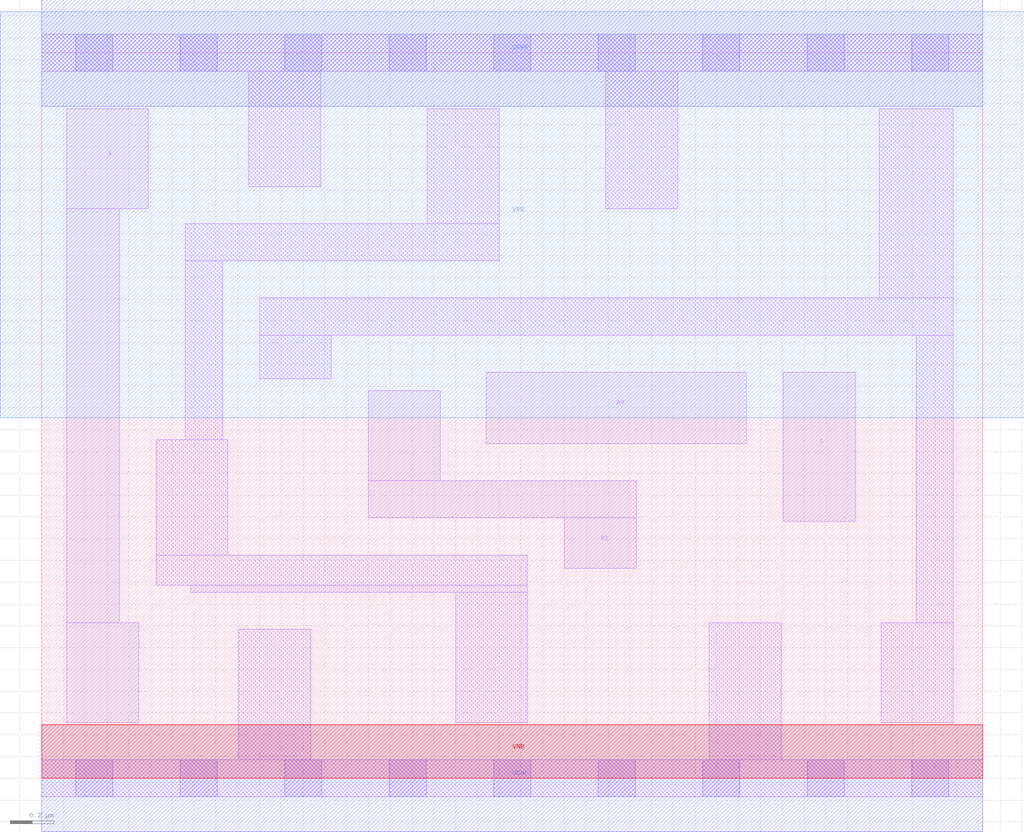
<source format=lef>
# Copyright 2020 The SkyWater PDK Authors
#
# Licensed under the Apache License, Version 2.0 (the "License");
# you may not use this file except in compliance with the License.
# You may obtain a copy of the License at
#
#     https://www.apache.org/licenses/LICENSE-2.0
#
# Unless required by applicable law or agreed to in writing, software
# distributed under the License is distributed on an "AS IS" BASIS,
# WITHOUT WARRANTIES OR CONDITIONS OF ANY KIND, either express or implied.
# See the License for the specific language governing permissions and
# limitations under the License.
#
# SPDX-License-Identifier: Apache-2.0

VERSION 5.7 ;
  NOWIREEXTENSIONATPIN ON ;
  DIVIDERCHAR "/" ;
  BUSBITCHARS "[]" ;
MACRO sky130_fd_sc_lp__mux2_lp
  CLASS CORE ;
  FOREIGN sky130_fd_sc_lp__mux2_lp ;
  ORIGIN  0.000000  0.000000 ;
  SIZE  4.320000 BY  3.330000 ;
  SYMMETRY X Y R90 ;
  SITE unit ;
  PIN A0
    ANTENNAGATEAREA  0.126000 ;
    DIRECTION INPUT ;
    USE SIGNAL ;
    PORT
      LAYER li1 ;
        RECT 2.040000 1.535000 3.235000 1.865000 ;
    END
  END A0
  PIN A1
    ANTENNAGATEAREA  0.126000 ;
    DIRECTION INPUT ;
    USE SIGNAL ;
    PORT
      LAYER li1 ;
        RECT 1.500000 1.195000 2.730000 1.365000 ;
        RECT 1.500000 1.365000 1.830000 1.780000 ;
        RECT 2.400000 0.965000 2.730000 1.195000 ;
    END
  END A1
  PIN S
    ANTENNAGATEAREA  0.378000 ;
    DIRECTION INPUT ;
    USE SIGNAL ;
    PORT
      LAYER li1 ;
        RECT 3.405000 1.180000 3.735000 1.865000 ;
    END
  END S
  PIN X
    ANTENNADIFFAREA  0.239400 ;
    DIRECTION OUTPUT ;
    USE SIGNAL ;
    PORT
      LAYER li1 ;
        RECT 0.115000 0.255000 0.445000 0.715000 ;
        RECT 0.115000 0.715000 0.355000 2.615000 ;
        RECT 0.115000 2.615000 0.490000 3.075000 ;
    END
  END X
  PIN VGND
    DIRECTION INOUT ;
    USE GROUND ;
    PORT
      LAYER met1 ;
        RECT 0.000000 -0.245000 4.320000 0.245000 ;
    END
  END VGND
  PIN VNB
    DIRECTION INOUT ;
    USE GROUND ;
    PORT
      LAYER pwell ;
        RECT 0.000000 0.000000 4.320000 0.245000 ;
    END
  END VNB
  PIN VPB
    DIRECTION INOUT ;
    USE POWER ;
    PORT
      LAYER nwell ;
        RECT -0.190000 1.655000 4.510000 3.520000 ;
    END
  END VPB
  PIN VPWR
    DIRECTION INOUT ;
    USE POWER ;
    PORT
      LAYER met1 ;
        RECT 0.000000 3.085000 4.320000 3.575000 ;
    END
  END VPWR
  OBS
    LAYER li1 ;
      RECT 0.000000 -0.085000 4.320000 0.085000 ;
      RECT 0.000000  3.245000 4.320000 3.415000 ;
      RECT 0.525000  0.885000 2.230000 1.025000 ;
      RECT 0.525000  1.025000 0.855000 1.555000 ;
      RECT 0.660000  1.555000 0.830000 2.375000 ;
      RECT 0.660000  2.375000 2.100000 2.545000 ;
      RECT 0.685000  0.855000 2.230000 0.885000 ;
      RECT 0.905000  0.085000 1.235000 0.685000 ;
      RECT 0.950000  2.715000 1.280000 3.245000 ;
      RECT 1.000000  1.835000 1.330000 2.035000 ;
      RECT 1.000000  2.035000 4.185000 2.205000 ;
      RECT 1.770000  2.545000 2.100000 3.075000 ;
      RECT 1.900000  0.255000 2.230000 0.855000 ;
      RECT 2.590000  2.615000 2.920000 3.245000 ;
      RECT 3.065000  0.085000 3.395000 0.715000 ;
      RECT 3.845000  2.205000 4.185000 3.075000 ;
      RECT 3.855000  0.255000 4.185000 0.715000 ;
      RECT 4.015000  0.715000 4.185000 2.035000 ;
    LAYER mcon ;
      RECT 0.155000 -0.085000 0.325000 0.085000 ;
      RECT 0.155000  3.245000 0.325000 3.415000 ;
      RECT 0.635000 -0.085000 0.805000 0.085000 ;
      RECT 0.635000  3.245000 0.805000 3.415000 ;
      RECT 1.115000 -0.085000 1.285000 0.085000 ;
      RECT 1.115000  3.245000 1.285000 3.415000 ;
      RECT 1.595000 -0.085000 1.765000 0.085000 ;
      RECT 1.595000  3.245000 1.765000 3.415000 ;
      RECT 2.075000 -0.085000 2.245000 0.085000 ;
      RECT 2.075000  3.245000 2.245000 3.415000 ;
      RECT 2.555000 -0.085000 2.725000 0.085000 ;
      RECT 2.555000  3.245000 2.725000 3.415000 ;
      RECT 3.035000 -0.085000 3.205000 0.085000 ;
      RECT 3.035000  3.245000 3.205000 3.415000 ;
      RECT 3.515000 -0.085000 3.685000 0.085000 ;
      RECT 3.515000  3.245000 3.685000 3.415000 ;
      RECT 3.995000 -0.085000 4.165000 0.085000 ;
      RECT 3.995000  3.245000 4.165000 3.415000 ;
  END
END sky130_fd_sc_lp__mux2_lp
END LIBRARY

</source>
